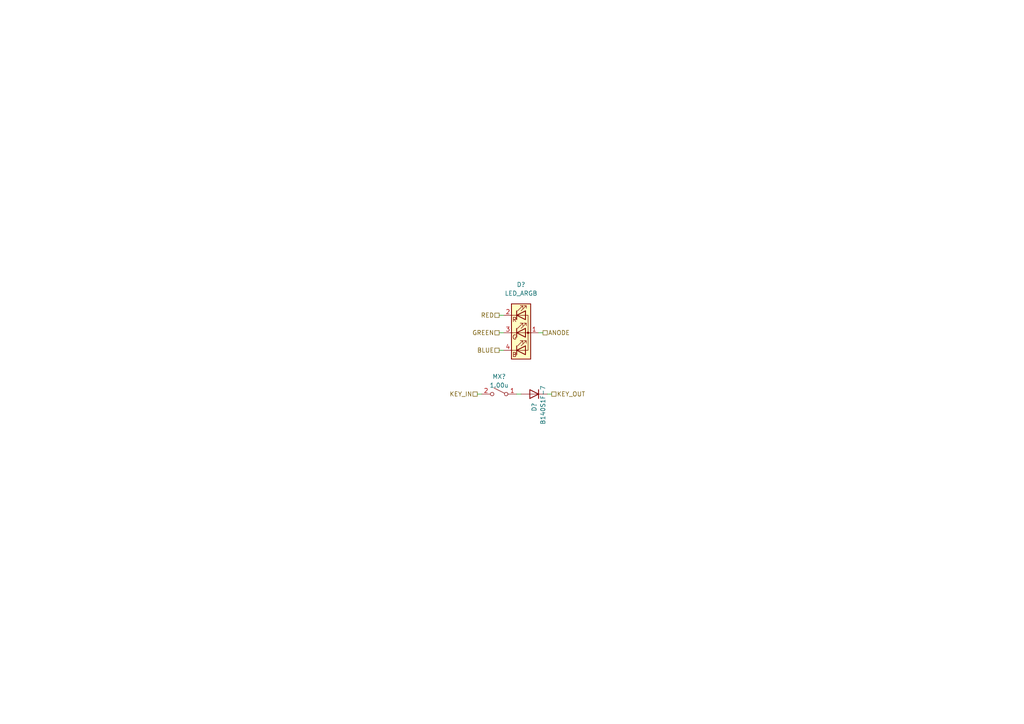
<source format=kicad_sch>
(kicad_sch (version 20250114) (generator "eeschema") (generator_version "9.0")
  (paper "A4")
  (lib_symbols
    (symbol "Device:LED_ARGB" (pin_names (offset 0) (hide yes))
      (property "Reference" "D" (at 0 9.398 0))
      (property "Value" "LED_ARGB" (at 0 -8.89 0))
      (symbol "LED_ARGB_0_0"
        (text "R" (at -1.905 3.81 0) (effects (font (size 1.27 1.27))))
        (text "G" (at -1.905 -1.27 0) (effects (font (size 1.27 1.27))))
        (text "B" (at -1.905 -6.35 0) (effects (font (size 1.27 1.27))))
      )
      (symbol "LED_ARGB_0_1"
        (polyline (pts (xy -1.27 6.35) (xy -1.27 3.81)) (stroke (width 0.254)))
        (polyline (pts (xy -1.27 6.35) (xy -1.27 3.81) (xy -1.27 3.81)))
        (polyline (pts (xy -1.27 5.08) (xy -2.54 5.08)))
        (polyline (pts (xy -1.27 5.08) (xy 1.27 5.08)))
        (polyline (pts (xy -1.27 1.27) (xy -1.27 -1.27)) (stroke (width 0.254)))
        (polyline (pts (xy -1.27 1.27) (xy -1.27 -1.27) (xy -1.27 -1.27)))
        (polyline (pts (xy -1.27 0) (xy -2.54 0)))
        (polyline (pts (xy -1.27 -3.81) (xy -1.27 -6.35)) (stroke (width 0.254)))
        (polyline (pts (xy -1.27 -5.08) (xy -2.54 -5.08)))
        (polyline (pts (xy -1.27 -5.08) (xy 1.27 -5.08)))
        (polyline (pts (xy -1.016 6.35) (xy 0.508 7.874) (xy -0.254 7.874) (xy 0.508 7.874) (xy 0.508 7.112)))
        (polyline (pts (xy -1.016 1.27) (xy 0.508 2.794) (xy -0.254 2.794) (xy 0.508 2.794) (xy 0.508 2.032)))
        (polyline (pts (xy -1.016 -3.81) (xy 0.508 -2.286) (xy -0.254 -2.286) (xy 0.508 -2.286) (xy 0.508 -3.048)))
        (polyline (pts (xy 0 6.35) (xy 1.524 7.874) (xy 0.762 7.874) (xy 1.524 7.874) (xy 1.524 7.112)))
        (polyline (pts (xy 0 1.27) (xy 1.524 2.794) (xy 0.762 2.794) (xy 1.524 2.794) (xy 1.524 2.032)))
        (polyline (pts (xy 0 -3.81) (xy 1.524 -2.286) (xy 0.762 -2.286) (xy 1.524 -2.286) (xy 1.524 -3.048)))
        (polyline (pts (xy 1.27 6.35) (xy 1.27 3.81) (xy -1.27 5.08) (xy 1.27 6.35)) (stroke (width 0.254)))
        (rectangle (start 1.27 6.35) (end 1.27 6.35))
        (rectangle (start 1.27 3.81) (end 1.27 6.35))
        (polyline (pts (xy 1.27 1.27) (xy 1.27 -1.27) (xy -1.27 0) (xy 1.27 1.27)) (stroke (width 0.254)))
        (rectangle (start 1.27 1.27) (end 1.27 1.27))
        (polyline (pts (xy 1.27 0) (xy -1.27 0)))
        (polyline (pts (xy 1.27 0) (xy 2.54 0)))
        (rectangle (start 1.27 -1.27) (end 1.27 1.27))
        (polyline (pts (xy 1.27 -3.81) (xy 1.27 -6.35) (xy -1.27 -5.08) (xy 1.27 -3.81)) (stroke (width 0.254)))
        (polyline (pts (xy 1.27 -5.08) (xy 2.032 -5.08) (xy 2.032 5.08) (xy 1.27 5.08)))
        (circle (center 2.032 0) (radius 0.254) (fill (type outline)))
        (rectangle (start 2.794 8.382) (end -2.794 -7.62) (stroke (width 0.254)) (fill (type background)))
      )
      (symbol "LED_ARGB_1_1"
        (pin passive line (at -5.08 5.08 0) (length 2.54) (name "RK") (number "2"))
        (pin passive line (at -5.08 0 0) (length 2.54) (name "GK") (number "3"))
        (pin passive line (at -5.08 -5.08 0) (length 2.54) (name "BK") (number "4"))
        (pin passive line (at 5.08 0 180) (length 2.54) (name "A") (number "1"))
      )
    )
    (symbol "keyboard:diode" (pin_numbers (hide yes)) (pin_names (hide yes))
      (property "Reference" "D" (at 0 2.54 0))
      (property "Value" "1N4148" (at 0 -2.54 0))
      (symbol "diode_0_1"
        (polyline (pts (xy -1.27 1.27) (xy -1.27 -1.27)) (stroke (width 0.254)))
        (polyline (pts (xy 1.27 1.27) (xy 1.27 -1.27) (xy -1.27 0) (xy 1.27 1.27)) (stroke (width 0.254)))
        (polyline (pts (xy 1.27 0) (xy -1.27 0)))
      )
      (symbol "diode_1_1"
        (pin passive line (at -3.81 0 0) (length 2.54) (name "K") (number "1"))
        (pin passive line (at 3.81 0 180) (length 2.54) (name "A") (number "2"))
      )
    )
    (symbol "keyboard:switch" (pin_names (offset 0) (hide yes))
      (property "Reference" "MX103" (at 0 5.08 0))
      (property "Value" "1.00u" (at 0 2.54 0))
      (symbol "switch_0_0"
        (circle (center -2.032 0) (radius 0.508))
        (polyline (pts (xy -1.524 0.254) (xy 1.524 1.778)))
        (circle (center 2.032 0) (radius 0.508))
      )
      (symbol "switch_1_1"
        (pin passive line (at -5.08 0 0) (length 2.54) (name "A") (number "1"))
        (pin passive line (at 5.08 0 180) (length 2.54) (name "B") (number "2"))
      )
    )
  )
  (wire (pts (xy 158.75 114.3) (xy 160.02 114.3)))
  (wire (pts (xy 144.78 96.52) (xy 146.05 96.52)))
  (wire (pts (xy 156.21 96.52) (xy 157.48 96.52)))
  (wire (pts (xy 144.78 91.44) (xy 146.05 91.44)))
  (wire (pts (xy 138.43 114.3) (xy 139.7 114.3)))
  (wire (pts (xy 144.78 101.6) (xy 146.05 101.6)))
  (wire (pts (xy 151.13 114.3) (xy 149.86 114.3)))
  (hierarchical_label "RED" (shape passive) (at 144.78 91.44 180))
  (hierarchical_label "KEY_OUT" (shape passive) (at 160.02 114.3 0))
  (hierarchical_label "GREEN" (shape passive) (at 144.78 96.52 180))
  (hierarchical_label "KEY_IN" (shape passive) (at 138.43 114.3 180))
  (hierarchical_label "BLUE" (shape passive) (at 144.78 101.6 180))
  (hierarchical_label "ANODE" (shape passive) (at 157.48 96.52 0))
  (symbol (lib_id "Device:LED_ARGB") (at 151.13 96.52 0) (unit 1)
    (property "Reference" "D?" (at 151.13 82.55 0))
    (property "Value" "LED_ARGB" (at 151.13 85.09 0))
    (property "Description" "RGB LED, anode/red/green/blue" (effects (hide yes)))
  )
  (symbol (lib_id "keyboard:switch") (at 144.78 114.3 0) (mirror y) (unit 1)
    (property "Reference" "MX?" (at 144.78 109.22 0))
    (property "Value" "1.00u" (at 144.78 111.76 0))
    (property "Footprint" "key-switches:SW_Gateron_LowProfile_HotSwap_PTH" (effects (hide yes)))
  )
  (symbol (lib_id "keyboard:diode") (at 154.94 114.3 180) (unit 1)
    (property "Reference" "D?" (at 154.94 119.38 90) (effects (justify right)))
    (property "Value" "B140S1F-7" (at 157.48 123.19 90) (effects (justify right)))
    (property "Footprint" "keyboard:D_SOD-123F" (effects (hide yes)))
    (property "Datasheet" "https://datasheet.lcsc.com/lcsc/1811061725_ST-Semtech-1N4148W_C81598.pdf" (effects (hide yes)))
    (property "PN" "1N4148W" (effects (hide yes)))
    (property "LCSC Part Number" "C81598" (effects (hide yes)))
    (property "LCSC link" "https://www.lcsc.com/product-detail/Switching-Diode_ST-Semtech-1N4148W_C81598.html" (effects (hide yes)))
  )
)
</source>
